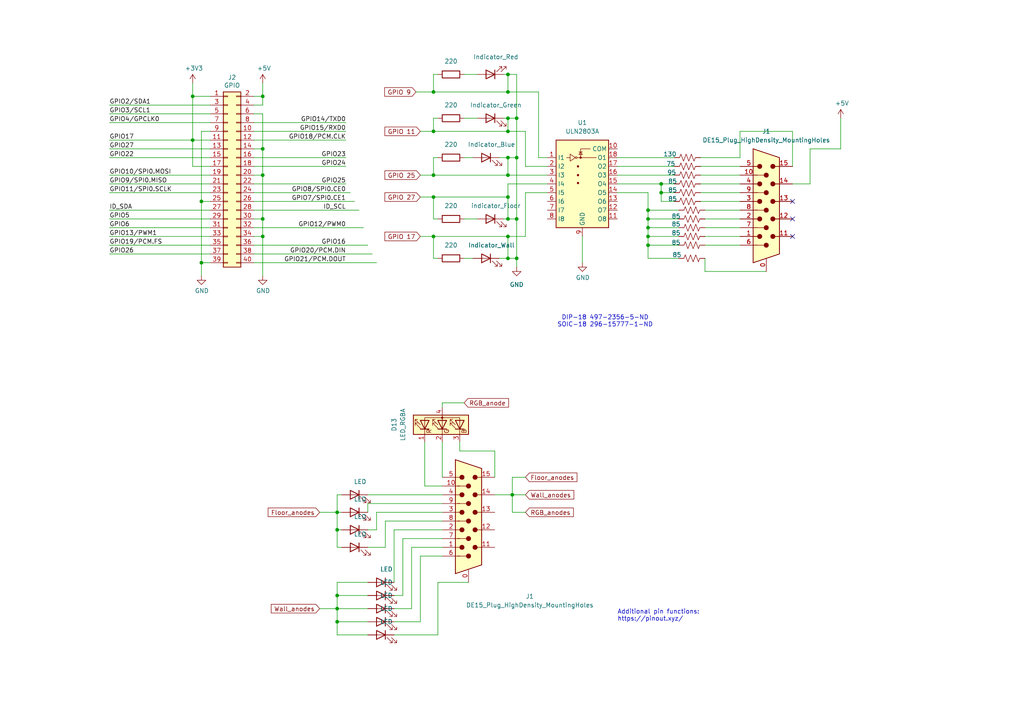
<source format=kicad_sch>
(kicad_sch (version 20231120) (generator "eeschema") (generator_version "8.0")
  (paper "A4")
  (title_block (date "15 nov 2012"))
  (lib_symbols
    (symbol "Connector:DE15_Plug_HighDensity_MountingHoles" (pin_names (offset 1.016) hide)
      (property "Reference" "J" (at 0 21.59 0))
      (property "Value" "DE15_Plug_HighDensity_MountingHoles" (at 0 19.05 0))
      (symbol "DE15_Plug_HighDensity_MountingHoles_0_1"
        (circle (center -1.905 -7.62) (radius 0.635) (fill (type outline)))
        (circle (center -1.905 -2.54) (radius 0.635) (fill (type outline)))
        (circle (center -1.905 2.54) (radius 0.635) (fill (type outline)))
        (circle (center -1.905 7.62) (radius 0.635) (fill (type outline)))
        (circle (center -1.905 12.7) (radius 0.635) (fill (type outline)))
        (circle (center 0 -10.16) (radius 0.635) (fill (type outline)))
        (circle (center 0 -5.08) (radius 0.635) (fill (type outline)))
        (polyline (pts (xy -3.175 -5.08) (xy -0.635 -5.08)))
        (polyline (pts (xy -0.635 -10.16) (xy -3.175 -10.16)))
        (polyline (pts (xy -0.635 0) (xy -3.175 0)))
        (polyline (pts (xy -0.635 5.08) (xy -3.175 5.08)))
        (polyline (pts (xy -0.635 10.16) (xy -3.175 10.16)))
        (polyline (pts (xy -3.81 17.78) (xy -3.81 -15.24) (xy 3.81 -12.7) (xy 3.81 15.24) (xy -3.81 17.78)) (stroke (width 0.254)) (fill (type background)))
        (circle (center 0 0) (radius 0.635) (fill (type outline)))
        (circle (center 0 5.08) (radius 0.635) (fill (type outline)))
        (circle (center 0 10.16) (radius 0.635) (fill (type outline)))
        (circle (center 1.905 -7.62) (radius 0.635) (fill (type outline)))
        (circle (center 1.905 -2.54) (radius 0.635) (fill (type outline)))
        (circle (center 1.905 2.54) (radius 0.635) (fill (type outline)))
        (circle (center 1.905 7.62) (radius 0.635) (fill (type outline)))
        (circle (center 1.905 12.7) (radius 0.635) (fill (type outline)))
      )
      (symbol "DE15_Plug_HighDensity_MountingHoles_1_1"
        (pin passive line (at 0 -17.78 90) (length 3.81) (name "~") (number "0"))
        (pin passive line (at -7.62 -7.62 0) (length 5.08) (name "~") (number "1"))
        (pin passive line (at -7.62 10.16 0) (length 5.08) (name "~") (number "10"))
        (pin passive line (at 7.62 -7.62 180) (length 5.08) (name "~") (number "11"))
        (pin passive line (at 7.62 -2.54 180) (length 5.08) (name "~") (number "12"))
        (pin passive line (at 7.62 2.54 180) (length 5.08) (name "~") (number "13"))
        (pin passive line (at 7.62 7.62 180) (length 5.08) (name "~") (number "14"))
        (pin passive line (at 7.62 12.7 180) (length 5.08) (name "~") (number "15"))
        (pin passive line (at -7.62 -2.54 0) (length 5.08) (name "~") (number "2"))
        (pin passive line (at -7.62 2.54 0) (length 5.08) (name "~") (number "3"))
        (pin passive line (at -7.62 7.62 0) (length 5.08) (name "~") (number "4"))
        (pin passive line (at -7.62 12.7 0) (length 5.08) (name "~") (number "5"))
        (pin passive line (at -7.62 -10.16 0) (length 5.08) (name "~") (number "6"))
        (pin passive line (at -7.62 -5.08 0) (length 5.08) (name "~") (number "7"))
        (pin passive line (at -7.62 0 0) (length 5.08) (name "~") (number "8"))
        (pin passive line (at -7.62 5.08 0) (length 5.08) (name "~") (number "9"))
      )
    )
    (symbol "Connector_Generic:Conn_02x20_Odd_Even" (pin_names (offset 1.016) hide)
      (property "Reference" "J" (at 1.27 25.4 0))
      (property "Value" "Conn_02x20_Odd_Even" (at 1.27 -27.94 0))
      (symbol "Conn_02x20_Odd_Even_1_1"
        (rectangle (start -1.27 -25.273) (end 0 -25.527) (stroke (width 0.1524)))
        (rectangle (start -1.27 -22.733) (end 0 -22.987) (stroke (width 0.1524)))
        (rectangle (start -1.27 -20.193) (end 0 -20.447) (stroke (width 0.1524)))
        (rectangle (start -1.27 -17.653) (end 0 -17.907) (stroke (width 0.1524)))
        (rectangle (start -1.27 -15.113) (end 0 -15.367) (stroke (width 0.1524)))
        (rectangle (start -1.27 -12.573) (end 0 -12.827) (stroke (width 0.1524)))
        (rectangle (start -1.27 -10.033) (end 0 -10.287) (stroke (width 0.1524)))
        (rectangle (start -1.27 -7.493) (end 0 -7.747) (stroke (width 0.1524)))
        (rectangle (start -1.27 -4.953) (end 0 -5.207) (stroke (width 0.1524)))
        (rectangle (start -1.27 -2.413) (end 0 -2.667) (stroke (width 0.1524)))
        (rectangle (start -1.27 0.127) (end 0 -0.127) (stroke (width 0.1524)))
        (rectangle (start -1.27 2.667) (end 0 2.413) (stroke (width 0.1524)))
        (rectangle (start -1.27 5.207) (end 0 4.953) (stroke (width 0.1524)))
        (rectangle (start -1.27 7.747) (end 0 7.493) (stroke (width 0.1524)))
        (rectangle (start -1.27 10.287) (end 0 10.033) (stroke (width 0.1524)))
        (rectangle (start -1.27 12.827) (end 0 12.573) (stroke (width 0.1524)))
        (rectangle (start -1.27 15.367) (end 0 15.113) (stroke (width 0.1524)))
        (rectangle (start -1.27 17.907) (end 0 17.653) (stroke (width 0.1524)))
        (rectangle (start -1.27 20.447) (end 0 20.193) (stroke (width 0.1524)))
        (rectangle (start -1.27 22.987) (end 0 22.733) (stroke (width 0.1524)))
        (rectangle (start -1.27 24.13) (end 3.81 -26.67) (stroke (width 0.254)) (fill (type background)))
        (rectangle (start 3.81 -25.273) (end 2.54 -25.527) (stroke (width 0.1524)))
        (rectangle (start 3.81 -22.733) (end 2.54 -22.987) (stroke (width 0.1524)))
        (rectangle (start 3.81 -20.193) (end 2.54 -20.447) (stroke (width 0.1524)))
        (rectangle (start 3.81 -17.653) (end 2.54 -17.907) (stroke (width 0.1524)))
        (rectangle (start 3.81 -15.113) (end 2.54 -15.367) (stroke (width 0.1524)))
        (rectangle (start 3.81 -12.573) (end 2.54 -12.827) (stroke (width 0.1524)))
        (rectangle (start 3.81 -10.033) (end 2.54 -10.287) (stroke (width 0.1524)))
        (rectangle (start 3.81 -7.493) (end 2.54 -7.747) (stroke (width 0.1524)))
        (rectangle (start 3.81 -4.953) (end 2.54 -5.207) (stroke (width 0.1524)))
        (rectangle (start 3.81 -2.413) (end 2.54 -2.667) (stroke (width 0.1524)))
        (rectangle (start 3.81 0.127) (end 2.54 -0.127) (stroke (width 0.1524)))
        (rectangle (start 3.81 2.667) (end 2.54 2.413) (stroke (width 0.1524)))
        (rectangle (start 3.81 5.207) (end 2.54 4.953) (stroke (width 0.1524)))
        (rectangle (start 3.81 7.747) (end 2.54 7.493) (stroke (width 0.1524)))
        (rectangle (start 3.81 10.287) (end 2.54 10.033) (stroke (width 0.1524)))
        (rectangle (start 3.81 12.827) (end 2.54 12.573) (stroke (width 0.1524)))
        (rectangle (start 3.81 15.367) (end 2.54 15.113) (stroke (width 0.1524)))
        (rectangle (start 3.81 17.907) (end 2.54 17.653) (stroke (width 0.1524)))
        (rectangle (start 3.81 20.447) (end 2.54 20.193) (stroke (width 0.1524)))
        (rectangle (start 3.81 22.987) (end 2.54 22.733) (stroke (width 0.1524)))
        (pin passive line (at -5.08 22.86 0) (length 3.81) (name "Pin_1") (number "1"))
        (pin passive line (at 7.62 12.7 180) (length 3.81) (name "Pin_10") (number "10"))
        (pin passive line (at -5.08 10.16 0) (length 3.81) (name "Pin_11") (number "11"))
        (pin passive line (at 7.62 10.16 180) (length 3.81) (name "Pin_12") (number "12"))
        (pin passive line (at -5.08 7.62 0) (length 3.81) (name "Pin_13") (number "13"))
        (pin passive line (at 7.62 7.62 180) (length 3.81) (name "Pin_14") (number "14"))
        (pin passive line (at -5.08 5.08 0) (length 3.81) (name "Pin_15") (number "15"))
        (pin passive line (at 7.62 5.08 180) (length 3.81) (name "Pin_16") (number "16"))
        (pin passive line (at -5.08 2.54 0) (length 3.81) (name "Pin_17") (number "17"))
        (pin passive line (at 7.62 2.54 180) (length 3.81) (name "Pin_18") (number "18"))
        (pin passive line (at -5.08 0 0) (length 3.81) (name "Pin_19") (number "19"))
        (pin passive line (at 7.62 22.86 180) (length 3.81) (name "Pin_2") (number "2"))
        (pin passive line (at 7.62 0 180) (length 3.81) (name "Pin_20") (number "20"))
        (pin passive line (at -5.08 -2.54 0) (length 3.81) (name "Pin_21") (number "21"))
        (pin passive line (at 7.62 -2.54 180) (length 3.81) (name "Pin_22") (number "22"))
        (pin passive line (at -5.08 -5.08 0) (length 3.81) (name "Pin_23") (number "23"))
        (pin passive line (at 7.62 -5.08 180) (length 3.81) (name "Pin_24") (number "24"))
        (pin passive line (at -5.08 -7.62 0) (length 3.81) (name "Pin_25") (number "25"))
        (pin passive line (at 7.62 -7.62 180) (length 3.81) (name "Pin_26") (number "26"))
        (pin passive line (at -5.08 -10.16 0) (length 3.81) (name "Pin_27") (number "27"))
        (pin passive line (at 7.62 -10.16 180) (length 3.81) (name "Pin_28") (number "28"))
        (pin passive line (at -5.08 -12.7 0) (length 3.81) (name "Pin_29") (number "29"))
        (pin passive line (at -5.08 20.32 0) (length 3.81) (name "Pin_3") (number "3"))
        (pin passive line (at 7.62 -12.7 180) (length 3.81) (name "Pin_30") (number "30"))
        (pin passive line (at -5.08 -15.24 0) (length 3.81) (name "Pin_31") (number "31"))
        (pin passive line (at 7.62 -15.24 180) (length 3.81) (name "Pin_32") (number "32"))
        (pin passive line (at -5.08 -17.78 0) (length 3.81) (name "Pin_33") (number "33"))
        (pin passive line (at 7.62 -17.78 180) (length 3.81) (name "Pin_34") (number "34"))
        (pin passive line (at -5.08 -20.32 0) (length 3.81) (name "Pin_35") (number "35"))
        (pin passive line (at 7.62 -20.32 180) (length 3.81) (name "Pin_36") (number "36"))
        (pin passive line (at -5.08 -22.86 0) (length 3.81) (name "Pin_37") (number "37"))
        (pin passive line (at 7.62 -22.86 180) (length 3.81) (name "Pin_38") (number "38"))
        (pin passive line (at -5.08 -25.4 0) (length 3.81) (name "Pin_39") (number "39"))
        (pin passive line (at 7.62 20.32 180) (length 3.81) (name "Pin_4") (number "4"))
        (pin passive line (at 7.62 -25.4 180) (length 3.81) (name "Pin_40") (number "40"))
        (pin passive line (at -5.08 17.78 0) (length 3.81) (name "Pin_5") (number "5"))
        (pin passive line (at 7.62 17.78 180) (length 3.81) (name "Pin_6") (number "6"))
        (pin passive line (at -5.08 15.24 0) (length 3.81) (name "Pin_7") (number "7"))
        (pin passive line (at 7.62 15.24 180) (length 3.81) (name "Pin_8") (number "8"))
        (pin passive line (at -5.08 12.7 0) (length 3.81) (name "Pin_9") (number "9"))
      )
    )
    (symbol "Device:LED" (pin_numbers hide) (pin_names (offset 1.016) hide)
      (property "Reference" "D" (at 0 2.54 0))
      (property "Value" "LED" (at 0 -2.54 0))
      (symbol "LED_0_1"
        (polyline (pts (xy -1.27 -1.27) (xy -1.27 1.27)) (stroke (width 0.254)))
        (polyline (pts (xy -1.27 0) (xy 1.27 0)))
        (polyline (pts (xy 1.27 -1.27) (xy 1.27 1.27) (xy -1.27 0) (xy 1.27 -1.27)) (stroke (width 0.254)))
        (polyline (pts (xy -3.048 -0.762) (xy -4.572 -2.286) (xy -3.81 -2.286) (xy -4.572 -2.286) (xy -4.572 -1.524)))
        (polyline (pts (xy -1.778 -0.762) (xy -3.302 -2.286) (xy -2.54 -2.286) (xy -3.302 -2.286) (xy -3.302 -1.524)))
      )
      (symbol "LED_1_1"
        (pin passive line (at -3.81 0 0) (length 2.54) (name "K") (number "1"))
        (pin passive line (at 3.81 0 180) (length 2.54) (name "A") (number "2"))
      )
    )
    (symbol "Device:LED_RGBA" (pin_names (offset 0) hide)
      (property "Reference" "D" (at 0 9.398 0))
      (property "Value" "LED_RGBA" (at 0 -8.89 0))
      (symbol "LED_RGBA_0_0"
        (text "B" (at -1.905 -6.35 0) (effects (font (size 1.27 1.27))))
        (text "G" (at -1.905 -1.27 0) (effects (font (size 1.27 1.27))))
        (text "R" (at -1.905 3.81 0) (effects (font (size 1.27 1.27))))
      )
      (symbol "LED_RGBA_0_1"
        (polyline (pts (xy -1.27 -5.08) (xy -2.54 -5.08)))
        (polyline (pts (xy -1.27 -5.08) (xy 1.27 -5.08)))
        (polyline (pts (xy -1.27 -3.81) (xy -1.27 -6.35)) (stroke (width 0.254)))
        (polyline (pts (xy -1.27 0) (xy -2.54 0)))
        (polyline (pts (xy -1.27 1.27) (xy -1.27 -1.27)) (stroke (width 0.254)))
        (polyline (pts (xy -1.27 5.08) (xy -2.54 5.08)))
        (polyline (pts (xy -1.27 5.08) (xy 1.27 5.08)))
        (polyline (pts (xy -1.27 6.35) (xy -1.27 3.81)) (stroke (width 0.254)))
        (polyline (pts (xy 1.27 0) (xy -1.27 0)))
        (polyline (pts (xy 1.27 0) (xy 2.54 0)))
        (polyline (pts (xy -1.27 1.27) (xy -1.27 -1.27) (xy -1.27 -1.27)))
        (polyline (pts (xy -1.27 6.35) (xy -1.27 3.81) (xy -1.27 3.81)))
        (polyline (pts (xy 1.27 -5.08) (xy 2.032 -5.08) (xy 2.032 5.08) (xy 1.27 5.08)))
        (polyline (pts (xy 1.27 -3.81) (xy 1.27 -6.35) (xy -1.27 -5.08) (xy 1.27 -3.81)) (stroke (width 0.254)))
        (polyline (pts (xy 1.27 1.27) (xy 1.27 -1.27) (xy -1.27 0) (xy 1.27 1.27)) (stroke (width 0.254)))
        (polyline (pts (xy 1.27 6.35) (xy 1.27 3.81) (xy -1.27 5.08) (xy 1.27 6.35)) (stroke (width 0.254)))
        (polyline (pts (xy -1.016 -3.81) (xy 0.508 -2.286) (xy -0.254 -2.286) (xy 0.508 -2.286) (xy 0.508 -3.048)))
        (polyline (pts (xy -1.016 1.27) (xy 0.508 2.794) (xy -0.254 2.794) (xy 0.508 2.794) (xy 0.508 2.032)))
        (polyline (pts (xy -1.016 6.35) (xy 0.508 7.874) (xy -0.254 7.874) (xy 0.508 7.874) (xy 0.508 7.112)))
        (polyline (pts (xy 0 -3.81) (xy 1.524 -2.286) (xy 0.762 -2.286) (xy 1.524 -2.286) (xy 1.524 -3.048)))
        (polyline (pts (xy 0 1.27) (xy 1.524 2.794) (xy 0.762 2.794) (xy 1.524 2.794) (xy 1.524 2.032)))
        (polyline (pts (xy 0 6.35) (xy 1.524 7.874) (xy 0.762 7.874) (xy 1.524 7.874) (xy 1.524 7.112)))
        (rectangle (start 1.27 -1.27) (end 1.27 1.27))
        (rectangle (start 1.27 1.27) (end 1.27 1.27))
        (rectangle (start 1.27 3.81) (end 1.27 6.35))
        (rectangle (start 1.27 6.35) (end 1.27 6.35))
        (circle (center 2.032 0) (radius 0.254) (fill (type outline)))
        (rectangle (start 2.794 8.382) (end -2.794 -7.62) (stroke (width 0.254)) (fill (type background)))
      )
      (symbol "LED_RGBA_1_1"
        (pin passive line (at -5.08 5.08 0) (length 2.54) (name "RK") (number "1"))
        (pin passive line (at -5.08 0 0) (length 2.54) (name "GK") (number "2"))
        (pin passive line (at -5.08 -5.08 0) (length 2.54) (name "BK") (number "3"))
        (pin passive line (at 5.08 0 180) (length 2.54) (name "A") (number "4"))
      )
    )
    (symbol "Device:R" (pin_numbers hide) (pin_names (offset 0))
      (property "Reference" "R" (at 2.032 0 90))
      (property "Value" "R" (at 0 0 90))
      (symbol "R_0_1"
        (rectangle (start -1.016 -2.54) (end 1.016 2.54) (stroke (width 0.254)))
      )
      (symbol "R_1_1"
        (pin passive line (at 0 3.81 270) (length 1.27) (name "~") (number "1"))
        (pin passive line (at 0 -3.81 90) (length 1.27) (name "~") (number "2"))
      )
    )
    (symbol "Device:R_US" (pin_numbers hide) (pin_names (offset 0))
      (property "Reference" "R" (at 2.54 0 90))
      (property "Value" "R_US" (at -2.54 0 90))
      (symbol "R_US_0_1"
        (polyline (pts (xy 0 -2.286) (xy 0 -2.54)))
        (polyline (pts (xy 0 2.286) (xy 0 2.54)))
        (polyline (pts (xy 0 -0.762) (xy 1.016 -1.143) (xy 0 -1.524) (xy -1.016 -1.905) (xy 0 -2.286)))
        (polyline (pts (xy 0 0.762) (xy 1.016 0.381) (xy 0 0) (xy -1.016 -0.381) (xy 0 -0.762)))
        (polyline (pts (xy 0 2.286) (xy 1.016 1.905) (xy 0 1.524) (xy -1.016 1.143) (xy 0 0.762)))
      )
      (symbol "R_US_1_1"
        (pin passive line (at 0 3.81 270) (length 1.27) (name "~") (number "1"))
        (pin passive line (at 0 -3.81 90) (length 1.27) (name "~") (number "2"))
      )
    )
    (symbol "GND_1" (power) (pin_numbers hide) (pin_names (offset 0) hide)
      (property "Value" "GND" (at 0 -3.81 0))
      (symbol "GND_1_0_1"
        (polyline (pts (xy 0 0) (xy 0 -1.27) (xy 1.27 -1.27) (xy 0 -2.54) (xy -1.27 -1.27) (xy 0 -1.27)))
      )
      (symbol "GND_1_1_1"
        (pin power_in line (at 0 0 270) (length 0) (name "~") (number "1"))
      )
    )
    (symbol "Transistor_Array:ULN2803A"
      (property "Reference" "U" (at 0 13.335 0))
      (property "Value" "ULN2803A" (at 0 11.43 0))
      (symbol "ULN2803A_0_1"
        (rectangle (start -7.62 -15.24) (end 7.62 10.16) (stroke (width 0.254)) (fill (type background)))
        (circle (center -1.778 5.08) (radius 0.254))
        (circle (center -1.27 -2.286) (radius 0.254) (fill (type outline)))
        (circle (center -1.27 0) (radius 0.254) (fill (type outline)))
        (circle (center -1.27 2.54) (radius 0.254) (fill (type outline)))
        (circle (center -0.508 5.08) (radius 0.254) (fill (type outline)))
        (polyline (pts (xy -4.572 5.08) (xy -3.556 5.08)))
        (polyline (pts (xy -1.524 5.08) (xy 4.064 5.08)))
        (polyline (pts (xy 0 6.731) (xy -1.016 6.731)))
        (polyline (pts (xy -0.508 5.08) (xy -0.508 7.62) (xy 2.286 7.62)))
        (polyline (pts (xy -3.556 6.096) (xy -3.556 4.064) (xy -2.032 5.08) (xy -3.556 6.096)))
        (polyline (pts (xy 0 5.969) (xy -1.016 5.969) (xy -0.508 6.731) (xy 0 5.969)))
      )
      (symbol "ULN2803A_1_1"
        (pin input line (at -10.16 5.08 0) (length 2.54) (name "I1") (number "1"))
        (pin passive line (at 10.16 7.62 180) (length 2.54) (name "COM") (number "10"))
        (pin open_collector line (at 10.16 -12.7 180) (length 2.54) (name "O8") (number "11"))
        (pin open_collector line (at 10.16 -10.16 180) (length 2.54) (name "O7") (number "12"))
        (pin open_collector line (at 10.16 -7.62 180) (length 2.54) (name "O6") (number "13"))
        (pin open_collector line (at 10.16 -5.08 180) (length 2.54) (name "O5") (number "14"))
        (pin open_collector line (at 10.16 -2.54 180) (length 2.54) (name "O4") (number "15"))
        (pin open_collector line (at 10.16 0 180) (length 2.54) (name "O3") (number "16"))
        (pin open_collector line (at 10.16 2.54 180) (length 2.54) (name "O2") (number "17"))
        (pin open_collector line (at 10.16 5.08 180) (length 2.54) (name "O1") (number "18"))
        (pin input line (at -10.16 2.54 0) (length 2.54) (name "I2") (number "2"))
        (pin input line (at -10.16 0 0) (length 2.54) (name "I3") (number "3"))
        (pin input line (at -10.16 -2.54 0) (length 2.54) (name "I4") (number "4"))
        (pin input line (at -10.16 -5.08 0) (length 2.54) (name "I5") (number "5"))
        (pin input line (at -10.16 -7.62 0) (length 2.54) (name "I6") (number "6"))
        (pin input line (at -10.16 -10.16 0) (length 2.54) (name "I7") (number "7"))
        (pin input line (at -10.16 -12.7 0) (length 2.54) (name "I8") (number "8"))
        (pin power_in line (at 0 -17.78 90) (length 2.54) (name "GND") (number "9"))
      )
    )
    (symbol "power:+3.3V" (power) (pin_names (offset 0))
      (property "Value" "+3.3V" (at 0 3.556 0))
      (symbol "+3.3V_0_1"
        (polyline (pts (xy -0.762 1.27) (xy 0 2.54)))
        (polyline (pts (xy 0 0) (xy 0 2.54)))
        (polyline (pts (xy 0 2.54) (xy 0.762 1.27)))
      )
      (symbol "+3.3V_1_1"
        (pin power_in line (at 0 0 90) (length 0) hide (name "+3V3") (number "1"))
      )
    )
    (symbol "power:+5V" (power) (pin_names (offset 0))
      (property "Value" "+5V" (at 0 3.556 0))
      (symbol "+5V_0_1"
        (polyline (pts (xy -0.762 1.27) (xy 0 2.54)))
        (polyline (pts (xy 0 0) (xy 0 2.54)))
        (polyline (pts (xy 0 2.54) (xy 0.762 1.27)))
      )
      (symbol "+5V_1_1"
        (pin power_in line (at 0 0 90) (length 0) hide (name "+5V") (number "1"))
      )
    )
    (symbol "power:GND" (power) (pin_names (offset 0))
      (property "Value" "GND" (at 0 -3.81 0))
      (symbol "GND_0_1"
        (polyline (pts (xy 0 0) (xy 0 -1.27) (xy 1.27 -1.27) (xy 0 -2.54) (xy -1.27 -1.27) (xy 0 -1.27)))
      )
      (symbol "GND_1_1"
        (pin power_in line (at 0 0 270) (length 0) hide (name "GND") (number "1"))
      )
    )
  )
  (junction (at 55.88 27.94))
  (junction (at 149.86 63.5))
  (junction (at 55.88 40.64))
  (junction (at 187.96 60.96))
  (junction (at 149.86 74.93))
  (junction (at 147.32 21.59))
  (junction (at 97.79 172.72))
  (junction (at 191.77 55.88))
  (junction (at 125.73 57.15))
  (junction (at 58.42 76.2))
  (junction (at 76.2 63.5))
  (junction (at 149.86 45.72))
  (junction (at 58.42 58.42))
  (junction (at 97.79 148.59))
  (junction (at 187.96 71.12))
  (junction (at 191.77 53.34))
  (junction (at 147.32 74.93))
  (junction (at 147.32 57.15))
  (junction (at 125.73 38.1))
  (junction (at 76.2 50.8))
  (junction (at 147.32 38.1))
  (junction (at 187.96 68.58))
  (junction (at 76.2 27.94))
  (junction (at 147.32 26.67))
  (junction (at 187.96 66.04))
  (junction (at 76.2 43.18))
  (junction (at 125.73 68.58))
  (junction (at 147.32 68.58))
  (junction (at 97.79 180.34))
  (junction (at 97.79 176.53))
  (junction (at 125.73 50.8))
  (junction (at 149.86 34.29))
  (junction (at 147.32 34.29))
  (junction (at 147.32 45.72))
  (junction (at 125.73 26.67))
  (junction (at 148.59 143.51))
  (junction (at 147.32 63.5))
  (junction (at 76.2 68.58))
  (junction (at 97.79 153.67))
  (junction (at 147.32 50.8))
  (junction (at 187.96 63.5))
  (no_connect (at 229.87 63.5))
  (no_connect (at 229.87 68.58))
  (no_connect (at 229.87 58.42))
  (wire (pts (xy 97.79 158.75) (xy 97.79 153.67)))
  (wire (pts (xy 73.66 58.42) (xy 102.87 58.42)))
  (wire (pts (xy 152.4 148.59) (xy 148.59 148.59)))
  (wire (pts (xy 60.96 40.64) (xy 55.88 40.64)))
  (wire (pts (xy 179.07 45.72) (xy 195.58 45.72)))
  (wire (pts (xy 128.27 116.84) (xy 128.27 118.11)))
  (wire (pts (xy 76.2 33.02) (xy 76.2 43.18)))
  (wire (pts (xy 128.27 128.27) (xy 128.27 138.43)))
  (wire (pts (xy 76.2 50.8) (xy 73.66 50.8)))
  (wire (pts (xy 152.4 48.26) (xy 158.75 48.26)))
  (wire (pts (xy 114.3 168.91) (xy 114.3 153.67)))
  (wire (pts (xy 133.35 128.27) (xy 133.35 130.81)))
  (wire (pts (xy 147.32 21.59) (xy 149.86 21.59)))
  (wire (pts (xy 125.73 45.72) (xy 127 45.72)))
  (wire (pts (xy 125.73 74.93) (xy 125.73 68.58)))
  (wire (pts (xy 119.38 158.75) (xy 128.27 158.75)))
  (wire (pts (xy 31.75 50.8) (xy 60.96 50.8)))
  (wire (pts (xy 187.96 63.5) (xy 187.96 66.04)))
  (wire (pts (xy 76.2 43.18) (xy 76.2 50.8)))
  (wire (pts (xy 31.75 45.72) (xy 60.96 45.72)))
  (wire (pts (xy 99.06 148.59) (xy 97.79 148.59)))
  (wire (pts (xy 125.73 21.59) (xy 127 21.59)))
  (wire (pts (xy 156.21 45.72) (xy 158.75 45.72)))
  (wire (pts (xy 147.32 53.34) (xy 158.75 53.34)))
  (wire (pts (xy 73.66 35.56) (xy 100.33 35.56)))
  (wire (pts (xy 55.88 40.64) (xy 31.75 40.64)))
  (wire (pts (xy 152.4 38.1) (xy 152.4 48.26)))
  (wire (pts (xy 125.73 68.58) (xy 147.32 68.58)))
  (wire (pts (xy 128.27 116.84) (xy 134.62 116.84)))
  (wire (pts (xy 31.75 63.5) (xy 60.96 63.5)))
  (wire (pts (xy 106.68 172.72) (xy 97.79 172.72)))
  (wire (pts (xy 58.42 38.1) (xy 60.96 38.1)))
  (wire (pts (xy 97.79 184.15) (xy 106.68 184.15)))
  (wire (pts (xy 73.66 55.88) (xy 101.6 55.88)))
  (wire (pts (xy 127 168.91) (xy 135.89 168.91)))
  (wire (pts (xy 187.96 74.93) (xy 187.96 71.12)))
  (wire (pts (xy 76.2 50.8) (xy 76.2 63.5)))
  (wire (pts (xy 106.68 143.51) (xy 128.27 143.51)))
  (wire (pts (xy 97.79 180.34) (xy 97.79 184.15)))
  (wire (pts (xy 125.73 57.15) (xy 121.92 57.15)))
  (wire (pts (xy 147.32 50.8) (xy 158.75 50.8)))
  (wire (pts (xy 187.96 60.96) (xy 196.85 60.96)))
  (wire (pts (xy 99.06 143.51) (xy 97.79 143.51)))
  (wire (pts (xy 196.85 74.93) (xy 187.96 74.93)))
  (wire (pts (xy 149.86 21.59) (xy 149.86 34.29)))
  (wire (pts (xy 168.91 68.58) (xy 168.91 76.2)))
  (wire (pts (xy 134.62 45.72) (xy 137.16 45.72)))
  (wire (pts (xy 147.32 21.59) (xy 147.32 26.67)))
  (wire (pts (xy 58.42 58.42) (xy 60.96 58.42)))
  (wire (pts (xy 99.06 153.67) (xy 97.79 153.67)))
  (wire (pts (xy 148.59 143.51) (xy 152.4 143.51)))
  (wire (pts (xy 214.63 38.1) (xy 229.87 38.1)))
  (wire (pts (xy 97.79 153.67) (xy 97.79 148.59)))
  (wire (pts (xy 203.2 58.42) (xy 214.63 58.42)))
  (wire (pts (xy 97.79 176.53) (xy 92.71 176.53)))
  (wire (pts (xy 125.73 38.1) (xy 121.92 38.1)))
  (wire (pts (xy 187.96 60.96) (xy 187.96 63.5)))
  (wire (pts (xy 73.66 45.72) (xy 100.33 45.72)))
  (wire (pts (xy 99.06 158.75) (xy 97.79 158.75)))
  (wire (pts (xy 147.32 74.93) (xy 147.32 68.58)))
  (wire (pts (xy 243.84 43.18) (xy 234.95 43.18)))
  (wire (pts (xy 123.19 128.27) (xy 123.19 140.97)))
  (wire (pts (xy 203.2 45.72) (xy 214.63 45.72)))
  (wire (pts (xy 191.77 53.34) (xy 195.58 53.34)))
  (wire (pts (xy 149.86 45.72) (xy 149.86 63.5)))
  (wire (pts (xy 146.05 63.5) (xy 147.32 63.5)))
  (wire (pts (xy 125.73 21.59) (xy 125.73 26.67)))
  (wire (pts (xy 73.66 76.2) (xy 109.22 76.2)))
  (wire (pts (xy 58.42 58.42) (xy 58.42 76.2)))
  (wire (pts (xy 146.05 21.59) (xy 147.32 21.59)))
  (wire (pts (xy 55.88 24.13) (xy 55.88 27.94)))
  (wire (pts (xy 116.84 172.72) (xy 114.3 172.72)))
  (wire (pts (xy 229.87 38.1) (xy 229.87 48.26)))
  (wire (pts (xy 147.32 34.29) (xy 147.32 38.1)))
  (wire (pts (xy 134.62 63.5) (xy 138.43 63.5)))
  (wire (pts (xy 128.27 161.29) (xy 121.92 161.29)))
  (wire (pts (xy 234.95 53.34) (xy 229.87 53.34)))
  (wire (pts (xy 76.2 24.13) (xy 76.2 27.94)))
  (wire (pts (xy 134.62 74.93) (xy 137.16 74.93)))
  (wire (pts (xy 76.2 68.58) (xy 73.66 68.58)))
  (wire (pts (xy 147.32 63.5) (xy 149.86 63.5)))
  (wire (pts (xy 204.47 63.5) (xy 214.63 63.5)))
  (wire (pts (xy 31.75 66.04) (xy 60.96 66.04)))
  (wire (pts (xy 114.3 176.53) (xy 119.38 176.53)))
  (wire (pts (xy 55.88 40.64) (xy 55.88 48.26)))
  (wire (pts (xy 179.07 48.26) (xy 195.58 48.26)))
  (wire (pts (xy 125.73 57.15) (xy 147.32 57.15)))
  (wire (pts (xy 204.47 68.58) (xy 214.63 68.58)))
  (wire (pts (xy 125.73 26.67) (xy 120.65 26.67)))
  (wire (pts (xy 149.86 74.93) (xy 149.86 77.47)))
  (wire (pts (xy 243.84 34.29) (xy 243.84 43.18)))
  (wire (pts (xy 55.88 48.26) (xy 60.96 48.26)))
  (wire (pts (xy 187.96 71.12) (xy 196.85 71.12)))
  (wire (pts (xy 121.92 161.29) (xy 121.92 180.34)))
  (wire (pts (xy 97.79 176.53) (xy 97.79 180.34)))
  (wire (pts (xy 147.32 26.67) (xy 156.21 26.67)))
  (wire (pts (xy 97.79 148.59) (xy 92.71 148.59)))
  (wire (pts (xy 76.2 68.58) (xy 76.2 80.01)))
  (wire (pts (xy 203.2 50.8) (xy 214.63 50.8)))
  (wire (pts (xy 144.78 74.93) (xy 147.32 74.93)))
  (wire (pts (xy 109.22 153.67) (xy 109.22 148.59)))
  (wire (pts (xy 187.96 63.5) (xy 196.85 63.5)))
  (wire (pts (xy 148.59 143.51) (xy 148.59 138.43)))
  (wire (pts (xy 149.86 34.29) (xy 149.86 45.72)))
  (wire (pts (xy 31.75 71.12) (xy 60.96 71.12)))
  (wire (pts (xy 73.66 40.64) (xy 100.33 40.64)))
  (wire (pts (xy 76.2 43.18) (xy 73.66 43.18)))
  (wire (pts (xy 147.32 45.72) (xy 147.32 50.8)))
  (wire (pts (xy 31.75 30.48) (xy 60.96 30.48)))
  (wire (pts (xy 31.75 68.58) (xy 60.96 68.58)))
  (wire (pts (xy 148.59 138.43) (xy 152.4 138.43)))
  (wire (pts (xy 106.68 180.34) (xy 97.79 180.34)))
  (wire (pts (xy 203.2 53.34) (xy 214.63 53.34)))
  (wire (pts (xy 191.77 55.88) (xy 195.58 55.88)))
  (wire (pts (xy 76.2 27.94) (xy 73.66 27.94)))
  (wire (pts (xy 147.32 57.15) (xy 147.32 53.34)))
  (wire (pts (xy 191.77 53.34) (xy 191.77 55.88)))
  (wire (pts (xy 73.66 48.26) (xy 100.33 48.26)))
  (wire (pts (xy 73.66 38.1) (xy 100.33 38.1)))
  (wire (pts (xy 187.96 68.58) (xy 187.96 71.12)))
  (wire (pts (xy 187.96 68.58) (xy 196.85 68.58)))
  (wire (pts (xy 134.62 34.29) (xy 138.43 34.29)))
  (wire (pts (xy 31.75 53.34) (xy 60.96 53.34)))
  (wire (pts (xy 127 184.15) (xy 127 168.91)))
  (wire (pts (xy 125.73 50.8) (xy 147.32 50.8)))
  (wire (pts (xy 147.32 38.1) (xy 152.4 38.1)))
  (wire (pts (xy 128.27 156.21) (xy 116.84 156.21)))
  (wire (pts (xy 111.76 151.13) (xy 128.27 151.13)))
  (wire (pts (xy 106.68 146.05) (xy 128.27 146.05)))
  (wire (pts (xy 125.73 68.58) (xy 121.92 68.58)))
  (wire (pts (xy 125.73 50.8) (xy 121.92 50.8)))
  (wire (pts (xy 204.47 71.12) (xy 214.63 71.12)))
  (wire (pts (xy 234.95 43.18) (xy 234.95 53.34)))
  (wire (pts (xy 147.32 63.5) (xy 147.32 57.15)))
  (wire (pts (xy 97.79 168.91) (xy 97.79 172.72)))
  (wire (pts (xy 106.68 146.05) (xy 106.68 148.59)))
  (wire (pts (xy 187.96 66.04) (xy 187.96 68.58)))
  (wire (pts (xy 31.75 35.56) (xy 60.96 35.56)))
  (wire (pts (xy 123.19 140.97) (xy 128.27 140.97)))
  (wire (pts (xy 114.3 184.15) (xy 127 184.15)))
  (wire (pts (xy 146.05 34.29) (xy 147.32 34.29)))
  (wire (pts (xy 76.2 30.48) (xy 73.66 30.48)))
  (wire (pts (xy 109.22 148.59) (xy 128.27 148.59)))
  (wire (pts (xy 134.62 21.59) (xy 138.43 21.59)))
  (wire (pts (xy 149.86 63.5) (xy 149.86 74.93)))
  (wire (pts (xy 179.07 53.34) (xy 191.77 53.34)))
  (wire (pts (xy 97.79 172.72) (xy 97.79 176.53)))
  (wire (pts (xy 191.77 55.88) (xy 191.77 58.42)))
  (wire (pts (xy 125.73 74.93) (xy 127 74.93)))
  (wire (pts (xy 156.21 26.67) (xy 156.21 45.72)))
  (wire (pts (xy 73.66 71.12) (xy 106.68 71.12)))
  (wire (pts (xy 133.35 130.81) (xy 143.51 130.81)))
  (wire (pts (xy 31.75 43.18) (xy 60.96 43.18)))
  (wire (pts (xy 73.66 66.04) (xy 105.41 66.04)))
  (wire (pts (xy 179.07 50.8) (xy 195.58 50.8)))
  (wire (pts (xy 106.68 153.67) (xy 109.22 153.67)))
  (wire (pts (xy 58.42 76.2) (xy 60.96 76.2)))
  (wire (pts (xy 144.78 45.72) (xy 147.32 45.72)))
  (wire (pts (xy 152.4 68.58) (xy 152.4 55.88)))
  (wire (pts (xy 222.25 78.74) (xy 204.47 78.74)))
  (wire (pts (xy 73.66 73.66) (xy 107.95 73.66)))
  (wire (pts (xy 31.75 55.88) (xy 60.96 55.88)))
  (wire (pts (xy 76.2 27.94) (xy 76.2 30.48)))
  (wire (pts (xy 147.32 74.93) (xy 149.86 74.93)))
  (wire (pts (xy 76.2 33.02) (xy 73.66 33.02)))
  (wire (pts (xy 148.59 148.59) (xy 148.59 143.51)))
  (wire (pts (xy 31.75 33.02) (xy 60.96 33.02)))
  (wire (pts (xy 97.79 143.51) (xy 97.79 148.59)))
  (wire (pts (xy 187.96 66.04) (xy 196.85 66.04)))
  (wire (pts (xy 204.47 60.96) (xy 214.63 60.96)))
  (wire (pts (xy 214.63 45.72) (xy 214.63 38.1)))
  (wire (pts (xy 111.76 158.75) (xy 111.76 151.13)))
  (wire (pts (xy 191.77 58.42) (xy 195.58 58.42)))
  (wire (pts (xy 204.47 66.04) (xy 214.63 66.04)))
  (wire (pts (xy 31.75 73.66) (xy 60.96 73.66)))
  (wire (pts (xy 147.32 68.58) (xy 152.4 68.58)))
  (wire (pts (xy 119.38 176.53) (xy 119.38 158.75)))
  (wire (pts (xy 76.2 63.5) (xy 76.2 68.58)))
  (wire (pts (xy 187.96 55.88) (xy 187.96 60.96)))
  (wire (pts (xy 58.42 38.1) (xy 58.42 58.42)))
  (wire (pts (xy 125.73 45.72) (xy 125.73 50.8)))
  (wire (pts (xy 147.32 34.29) (xy 149.86 34.29)))
  (wire (pts (xy 106.68 158.75) (xy 111.76 158.75)))
  (wire (pts (xy 125.73 63.5) (xy 127 63.5)))
  (wire (pts (xy 203.2 48.26) (xy 214.63 48.26)))
  (wire (pts (xy 125.73 34.29) (xy 127 34.29)))
  (wire (pts (xy 114.3 153.67) (xy 128.27 153.67)))
  (wire (pts (xy 106.68 168.91) (xy 97.79 168.91)))
  (wire (pts (xy 125.73 34.29) (xy 125.73 38.1)))
  (wire (pts (xy 147.32 45.72) (xy 149.86 45.72)))
  (wire (pts (xy 116.84 156.21) (xy 116.84 172.72)))
  (wire (pts (xy 73.66 53.34) (xy 100.33 53.34)))
  (wire (pts (xy 121.92 180.34) (xy 114.3 180.34)))
  (wire (pts (xy 204.47 78.74) (xy 204.47 74.93)))
  (wire (pts (xy 31.75 60.96) (xy 60.96 60.96)))
  (wire (pts (xy 203.2 55.88) (xy 214.63 55.88)))
  (wire (pts (xy 58.42 76.2) (xy 58.42 80.01)))
  (wire (pts (xy 76.2 63.5) (xy 73.66 63.5)))
  (wire (pts (xy 55.88 27.94) (xy 60.96 27.94)))
  (wire (pts (xy 125.73 63.5) (xy 125.73 57.15)))
  (wire (pts (xy 125.73 26.67) (xy 147.32 26.67)))
  (wire (pts (xy 152.4 55.88) (xy 158.75 55.88)))
  (wire (pts (xy 143.51 143.51) (xy 148.59 143.51)))
  (wire (pts (xy 106.68 176.53) (xy 97.79 176.53)))
  (wire (pts (xy 143.51 130.81) (xy 143.51 138.43)))
  (wire (pts (xy 55.88 27.94) (xy 55.88 40.64)))
  (wire (pts (xy 73.66 60.96) (xy 104.14 60.96)))
  (wire (pts (xy 125.73 38.1) (xy 147.32 38.1)))
  (wire (pts (xy 187.96 55.88) (xy 179.07 55.88)))
  (text "Additional pin functions:\nhttps://pinout.xyz/" (at 179.07 180.34 0) (effects (font (size 1.27 1.27)) (justify left bottom)))
  (text "DIP-18 497-2356-5-ND\nSOIC-18 296-15777-1-ND" (at 175.514 93.218 0) (effects (font (size 1.27 1.27))))
  (label "ID_SDA" (at 31.75 60.96 0))
  (label "GPIO6" (at 31.75 66.04 0))
  (label "ID_SCL" (at 100.33 60.96 180))
  (label "GPIO5" (at 31.75 63.5 0))
  (label "GPIO21{slash}PCM.DOUT" (at 100.33 76.2 180))
  (label "GPIO19{slash}PCM.FS" (at 31.75 71.12 0))
  (label "GPIO10{slash}SPI0.MOSI" (at 31.75 50.8 0))
  (label "GPIO9{slash}SPI0.MISO" (at 31.75 53.34 0))
  (label "GPIO23" (at 100.33 45.72 180))
  (label "GPIO4{slash}GPCLK0" (at 31.75 35.56 0))
  (label "GPIO27" (at 31.75 43.18 0))
  (label "GPIO26" (at 31.75 73.66 0))
  (label "GPIO14{slash}TXD0" (at 100.33 35.56 180))
  (label "GPIO8{slash}SPI0.CE0" (at 100.33 55.88 180))
  (label "GPIO15{slash}RXD0" (at 100.33 38.1 180))
  (label "GPIO16" (at 100.33 71.12 180))
  (label "GPIO22" (at 31.75 45.72 0))
  (label "GPIO2{slash}SDA1" (at 31.75 30.48 0))
  (label "GPIO17" (at 31.75 40.64 0))
  (label "GPIO25" (at 100.33 53.34 180))
  (label "GPIO3{slash}SCL1" (at 31.75 33.02 0))
  (label "GPIO18{slash}PCM.CLK" (at 100.33 40.64 180))
  (label "GPIO12{slash}PWM0" (at 100.33 66.04 180))
  (label "GPIO13{slash}PWM1" (at 31.75 68.58 0))
  (label "GPIO20{slash}PCM.DIN" (at 100.33 73.66 180))
  (label "GPIO24" (at 100.33 48.26 180))
  (label "GPIO7{slash}SPI0.CE1" (at 100.33 58.42 180))
  (label "GPIO11{slash}SPI0.SCLK" (at 31.75 55.88 0))
  (global_label "Wall_anodes" (shape input) (at 92.71 176.53 180) (property "Intersheetrefs" "${INTERSHEET_REFS}" (effects (hide yes))))
  (global_label "RGB_anode" (shape input) (at 134.62 116.84 0) (property "Intersheetrefs" "${INTERSHEET_REFS}" (effects (hide yes))))
  (global_label "Floor_anodes" (shape input) (at 152.4 138.43 0) (property "Intersheetrefs" "${INTERSHEET_REFS}" (effects (hide yes))))
  (global_label "GPIO 17" (shape input) (at 121.92 68.58 180) (property "Intersheetrefs" "${INTERSHEET_REFS}" (effects (hide yes))))
  (global_label "GPIO 11" (shape input) (at 121.92 38.1 180) (property "Intersheetrefs" "${INTERSHEET_REFS}" (effects (hide yes))))
  (global_label "Floor_anodes" (shape input) (at 92.71 148.59 180) (property "Intersheetrefs" "${INTERSHEET_REFS}" (effects (hide yes))))
  (global_label "GPIO 9" (shape input) (at 120.65 26.67 180) (property "Intersheetrefs" "${INTERSHEET_REFS}" (effects (hide yes))))
  (global_label "GPIO 25" (shape input) (at 121.92 50.8 180) (property "Intersheetrefs" "${INTERSHEET_REFS}" (effects (hide yes))))
  (global_label "Wall_anodes" (shape input) (at 152.4 143.51 0) (property "Intersheetrefs" "${INTERSHEET_REFS}" (effects (hide yes))))
  (global_label "GPIO 27" (shape input) (at 121.92 57.15 180) (property "Intersheetrefs" "${INTERSHEET_REFS}" (effects (hide yes))))
  (global_label "RGB_anodes" (shape input) (at 152.4 148.59 0) (property "Intersheetrefs" "${INTERSHEET_REFS}" (effects (hide yes))))
  (symbol (lib_id "power:+5V") (at 76.2 24.13 0) (unit 1)
    (property "Reference" "#PWR01" (effects (hide yes)))
    (property "Value" "+5V" (at 76.5683 19.8056 0))
  )
  (symbol (lib_id "power:+3.3V") (at 55.88 24.13 0) (unit 1)
    (property "Reference" "#PWR04" (effects (hide yes)))
    (property "Value" "+3V3" (at 56.2483 19.8056 0))
  )
  (symbol (lib_id "power:GND") (at 76.2 80.01 0) (unit 1)
    (property "Reference" "#PWR02" (effects (hide yes)))
    (property "Value" "GND" (at 76.3143 84.3344 0))
  )
  (symbol (lib_id "power:GND") (at 58.42 80.01 0) (unit 1)
    (property "Reference" "#PWR03" (effects (hide yes)))
    (property "Value" "GND" (at 58.5343 84.3344 0))
  )
  (symbol (lib_id "Connector_Generic:Conn_02x20_Odd_Even") (at 66.04 50.8 0) (unit 1)
    (property "Reference" "J2" (at 67.31 22.4598 0))
    (property "Value" "GPIO" (at 67.31 24.765 0))
    (property "Footprint" "Connector_PinSocket_2.54mm:PinSocket_2x20_P2.54mm_Vertical" (effects (hide yes)))
  )
  (symbol (lib_id "Device:LED") (at 110.49 176.53 0) (mirror y) (unit 1)
    (property "Reference" "D7" (effects (hide yes)))
    (property "Value" "LED" (at 112.0775 172.72 0))
    (property "Description" "Light emitting diode" (effects (hide yes)))
  )
  (symbol (lib_id "Device:R") (at 130.81 21.59 90) (unit 1)
    (property "Reference" "R16" (effects (hide yes)))
    (property "Value" "220" (at 130.81 17.78 90))
    (property "Description" "Resistor" (effects (hide yes)))
  )
  (symbol (lib_id "Device:R_US") (at 200.66 68.58 90) (unit 1)
    (property "Reference" "R11" (effects (hide yes)))
    (property "Value" "85" (at 196.088 67.564 90))
    (property "Footprint" "Resistor_THT:R_Axial_DIN0309_L9.0mm_D3.2mm_P15.24mm_Horizontal" (effects (hide yes)))
    (property "Description" "Resistor, US symbol" (effects (hide yes)))
  )
  (symbol (lib_id "Device:R_US") (at 200.66 74.93 270) (unit 1)
    (property "Reference" "R17" (effects (hide yes)))
    (property "Value" "85" (at 196.342 73.914 90))
    (property "Description" "Resistor, US symbol" (effects (hide yes)))
  )
  (symbol (lib_id "power:+5V") (at 243.84 34.29 0) (unit 1)
    (property "Reference" "#PWR06" (effects (hide yes)))
    (property "Value" "+5V" (at 244.2083 29.9656 0))
  )
  (symbol (lib_id "Device:R_US") (at 200.66 66.04 90) (unit 1)
    (property "Reference" "R10" (effects (hide yes)))
    (property "Value" "85" (at 196.088 65.024 90))
    (property "Footprint" "Resistor_THT:R_Axial_DIN0309_L9.0mm_D3.2mm_P15.24mm_Horizontal" (effects (hide yes)))
    (property "Description" "Resistor, US symbol" (effects (hide yes)))
  )
  (symbol (lib_id "Device:LED") (at 102.87 143.51 0) (mirror y) (unit 1)
    (property "Reference" "D10" (effects (hide yes)))
    (property "Value" "LED" (at 104.4575 139.7 0))
    (property "Description" "Light emitting diode" (effects (hide yes)))
  )
  (symbol (lib_id "Device:R") (at 130.81 74.93 270) (unit 1)
    (property "Reference" "R7" (effects (hide yes)))
    (property "Value" "220" (at 130.81 71.12 90))
    (property "Description" "Resistor" (effects (hide yes)))
  )
  (symbol (lib_id "Device:LED") (at 110.49 184.15 0) (mirror y) (unit 1)
    (property "Reference" "D9" (effects (hide yes)))
    (property "Value" "LED" (at 112.0775 180.34 0))
    (property "Description" "Light emitting diode" (effects (hide yes)))
  )
  (symbol (lib_id "Device:R") (at 130.81 45.72 90) (unit 1)
    (property "Reference" "R14" (effects (hide yes)))
    (property "Value" "220" (at 130.81 41.91 90))
    (property "Description" "Resistor" (effects (hide yes)))
  )
  (symbol (lib_id "Device:LED") (at 110.49 172.72 0) (mirror y) (unit 1)
    (property "Reference" "D6" (effects (hide yes)))
    (property "Value" "LED" (at 112.0775 168.91 0))
    (property "Description" "Light emitting diode" (effects (hide yes)))
  )
  (symbol (lib_id "Device:LED") (at 142.24 34.29 0) (mirror y) (unit 1)
    (property "Reference" "D4" (effects (hide yes)))
    (property "Value" "Indicator_Green" (at 143.8275 30.48 0))
    (property "Description" "Light emitting diode" (effects (hide yes)))
  )
  (symbol (lib_id "Device:LED") (at 140.97 45.72 0) (mirror y) (unit 1)
    (property "Reference" "D3" (effects (hide yes)))
    (property "Value" "Indicator_Blue" (at 142.5575 41.91 0))
    (property "Description" "Light emitting diode" (effects (hide yes)))
  )
  (symbol (lib_id "Device:LED_RGBA") (at 128.27 123.19 90) (unit 1)
    (property "Reference" "D13" (at 114.3 123.19 0))
    (property "Value" "LED_RGBA" (at 116.84 123.19 0))
    (property "Description" "RGB LED, red/green/blue/anode" (effects (hide yes)))
  )
  (symbol (lib_id "Connector:DE15_Plug_HighDensity_MountingHoles") (at 135.89 151.13 0) (unit 1)
    (property "Reference" "J1" (at 153.67 172.974 0))
    (property "Value" "DE15_Plug_HighDensity_MountingHoles" (at 153.67 175.514 0))
    (property "Description" "15-pin male plug socket D-SUB connector, High density (3 columns), Triple Row, Generic, VGA-connector, Mounting Hole" (effects (hide yes)))
  )
  (symbol (lib_id "Device:R_US") (at 199.39 50.8 90) (unit 1)
    (property "Reference" "R3" (effects (hide yes)))
    (property "Value" "95" (at 194.818 50.038 90))
    (property "Footprint" "Resistor_THT:R_Axial_DIN0309_L9.0mm_D3.2mm_P15.24mm_Horizontal" (effects (hide yes)))
    (property "Description" "Resistor, US symbol" (effects (hide yes)))
  )
  (symbol (lib_id "Device:LED") (at 110.49 168.91 0) (mirror y) (unit 1)
    (property "Reference" "D17" (effects (hide yes)))
    (property "Value" "LED" (at 112.0775 165.1 0))
    (property "Description" "Light emitting diode" (effects (hide yes)))
  )
  (symbol (lib_id "Device:LED") (at 142.24 63.5 0) (mirror y) (unit 1)
    (property "Reference" "D2" (effects (hide yes)))
    (property "Value" "indicator_Floor" (at 143.8275 59.69 0))
    (property "Description" "Light emitting diode" (effects (hide yes)))
  )
  (symbol (lib_id "Device:R_US") (at 199.39 53.34 90) (unit 1)
    (property "Reference" "R4" (effects (hide yes)))
    (property "Value" "85" (at 195.072 52.578 90))
    (property "Footprint" "Resistor_THT:R_Axial_DIN0309_L9.0mm_D3.2mm_P15.24mm_Horizontal" (effects (hide yes)))
    (property "Description" "Resistor, US symbol" (effects (hide yes)))
  )
  (symbol (lib_id "Device:R") (at 130.81 34.29 90) (unit 1)
    (property "Reference" "R15" (effects (hide yes)))
    (property "Value" "220" (at 130.81 30.48 90))
    (property "Description" "Resistor" (effects (hide yes)))
  )
  (symbol (lib_id "Device:LED") (at 102.87 153.67 0) (mirror y) (unit 1)
    (property "Reference" "D12" (effects (hide yes)))
    (property "Value" "LED" (at 104.4575 149.86 0))
    (property "Description" "Light emitting diode" (effects (hide yes)))
  )
  (symbol (lib_id "Device:LED") (at 142.24 21.59 180) (unit 1)
    (property "Reference" "D5" (effects (hide yes)))
    (property "Value" "Indicator_Red" (at 143.8275 16.51 0))
    (property "Description" "Light emitting diode" (effects (hide yes)))
  )
  (symbol (lib_id "Device:R_US") (at 200.66 63.5 90) (unit 1)
    (property "Reference" "R9" (effects (hide yes)))
    (property "Value" "85" (at 196.088 62.738 90))
    (property "Footprint" "Resistor_THT:R_Axial_DIN0309_L9.0mm_D3.2mm_P15.24mm_Horizontal" (effects (hide yes)))
    (property "Description" "Resistor, US symbol" (effects (hide yes)))
  )
  (symbol (lib_name "GND_1") (lib_id "power:GND") (at 149.86 77.47 0) (unit 1)
    (property "Reference" "#PWR07" (effects (hide yes)))
    (property "Value" "GND" (at 149.86 82.55 0))
    (property "Description" "Power symbol creates a global label with name \"GND\" , ground" (effects (hide yes)))
  )
  (symbol (lib_id "Device:LED") (at 110.49 180.34 0) (mirror y) (unit 1)
    (property "Reference" "D8" (effects (hide yes)))
    (property "Value" "LED" (at 112.0775 176.53 0))
    (property "Description" "Light emitting diode" (effects (hide yes)))
  )
  (symbol (lib_id "Device:R_US") (at 199.39 58.42 90) (unit 1)
    (property "Reference" "R6" (effects (hide yes)))
    (property "Value" "85" (at 195.072 57.658 90))
    (property "Footprint" "Resistor_THT:R_Axial_DIN0309_L9.0mm_D3.2mm_P15.24mm_Horizontal" (effects (hide yes)))
    (property "Description" "Resistor, US symbol" (effects (hide yes)))
  )
  (symbol (lib_id "Device:R_US") (at 199.39 45.72 90) (unit 1)
    (property "Reference" "R1" (effects (hide yes)))
    (property "Value" "130" (at 194.31 44.704 90))
    (property "Footprint" "Resistor_THT:R_Axial_DIN0309_L9.0mm_D3.2mm_P15.24mm_Horizontal" (effects (hide yes)))
    (property "Description" "Resistor, US symbol" (effects (hide yes)))
  )
  (symbol (lib_id "Device:R_US") (at 200.66 60.96 90) (unit 1)
    (property "Reference" "R8" (effects (hide yes)))
    (property "Value" "R_US" (effects (hide yes)))
    (property "Footprint" "Resistor_THT:R_Axial_DIN0309_L9.0mm_D3.2mm_P15.24mm_Horizontal" (effects (hide yes)))
    (property "Description" "Resistor, US symbol" (effects (hide yes)))
  )
  (symbol (lib_id "Device:R_US") (at 199.39 55.88 90) (unit 1)
    (property "Reference" "R5" (effects (hide yes)))
    (property "Value" "85" (at 195.072 55.118 90))
    (property "Footprint" "Resistor_THT:R_Axial_DIN0309_L9.0mm_D3.2mm_P15.24mm_Horizontal" (effects (hide yes)))
    (property "Description" "Resistor, US symbol" (effects (hide yes)))
  )
  (symbol (lib_id "Device:R") (at 130.81 63.5 270) (unit 1)
    (property "Reference" "R13" (effects (hide yes)))
    (property "Value" "220" (at 130.81 59.69 90))
    (property "Description" "Resistor" (effects (hide yes)))
  )
  (symbol (lib_id "Device:R_US") (at 199.39 48.26 90) (unit 1)
    (property "Reference" "R2" (effects (hide yes)))
    (property "Value" "75" (at 194.564 47.498 90))
    (property "Footprint" "Resistor_THT:R_Axial_DIN0309_L9.0mm_D3.2mm_P15.24mm_Horizontal" (effects (hide yes)))
    (property "Description" "Resistor, US symbol" (effects (hide yes)))
  )
  (symbol (lib_id "Connector:DE15_Plug_HighDensity_MountingHoles") (at 222.25 60.96 0) (unit 1)
    (property "Reference" "J1" (at 222.25 38.1 0))
    (property "Value" "DE15_Plug_HighDensity_MountingHoles" (at 222.25 40.64 0))
    (property "Description" "15-pin male plug socket D-SUB connector, High density (3 columns), Triple Row, Generic, VGA-connector, Mounting Hole" (effects (hide yes)))
  )
  (symbol (lib_id "Device:LED") (at 102.87 148.59 0) (mirror y) (unit 1)
    (property "Reference" "D11" (effects (hide yes)))
    (property "Value" "LED" (at 104.4575 144.78 0))
    (property "Description" "Light emitting diode" (effects (hide yes)))
  )
  (symbol (lib_id "Device:LED") (at 102.87 158.75 0) (mirror y) (unit 1)
    (property "Reference" "D16" (effects (hide yes)))
    (property "Value" "LED" (at 104.4575 154.94 0))
    (property "Description" "Light emitting diode" (effects (hide yes)))
  )
  (symbol (lib_id "Device:R_US") (at 200.66 71.12 90) (unit 1)
    (property "Reference" "R12" (effects (hide yes)))
    (property "Value" "85" (at 196.088 70.358 90))
    (property "Footprint" "Resistor_THT:R_Axial_DIN0309_L9.0mm_D3.2mm_P15.24mm_Horizontal" (effects (hide yes)))
    (property "Description" "Resistor, US symbol" (effects (hide yes)))
  )
  (symbol (lib_id "Transistor_Array:ULN2803A") (at 168.91 50.8 0) (unit 1)
    (property "Reference" "U1" (at 168.91 35.56 0))
    (property "Value" "ULN2803A" (at 168.91 38.1 0))
    (property "Footprint" "Package_DIP:DIP-18_W7.62mm" (effects (hide yes)))
    (property "Datasheet" "http://www.ti.com/lit/ds/symlink/uln2803a.pdf" (effects (hide yes)))
    (property "Description" "Darlington Transistor Arrays, SOIC18/DIP18" (effects (hide yes)))
  )
  (symbol (lib_id "power:GND") (at 168.91 76.2 0) (unit 1)
    (property "Reference" "#PWR05" (effects (hide yes)))
    (property "Value" "GND" (at 169.0243 80.5244 0))
  )
  (symbol (lib_id "Device:LED") (at 140.97 74.93 0) (mirror y) (unit 1)
    (property "Reference" "D1" (effects (hide yes)))
    (property "Value" "Indicator_Wall" (at 142.5575 71.12 0))
    (property "Description" "Light emitting diode" (effects (hide yes)))
  )
)
</source>
